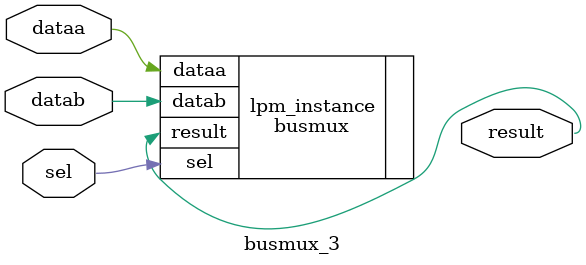
<source format=v>



module busmux_3(sel,dataa,datab,result);
input sel;
input [0:0] dataa;
input [0:0] datab;
output [0:0] result;

busmux	lpm_instance(.sel(sel),.dataa(dataa),.datab(datab),.result(result));
	defparam	lpm_instance.width = 1;

endmodule

</source>
